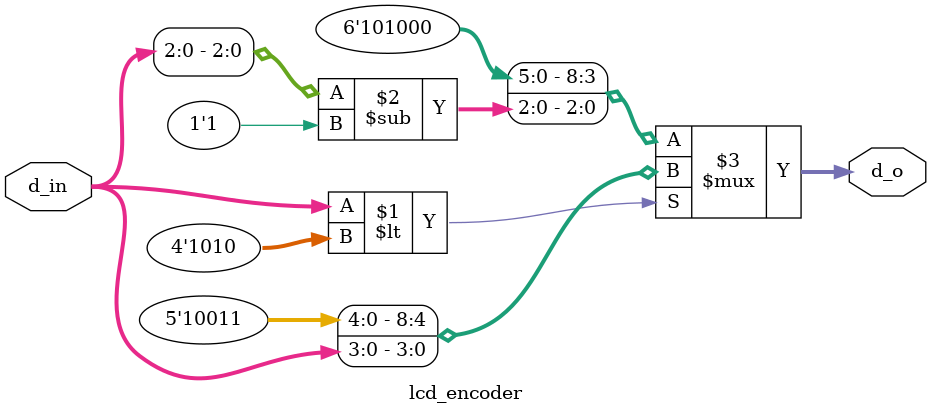
<source format=v>
module lcd_encoder(d_in,d_o);
	
	input  [3:0]d_in;
	output [8:0]d_o;
	
	assign d_o=(d_in<4'b1010) ? {5'b10011,d_in}:{6'b101000,d_in[2:0]-1'b1};
	
endmodule

</source>
